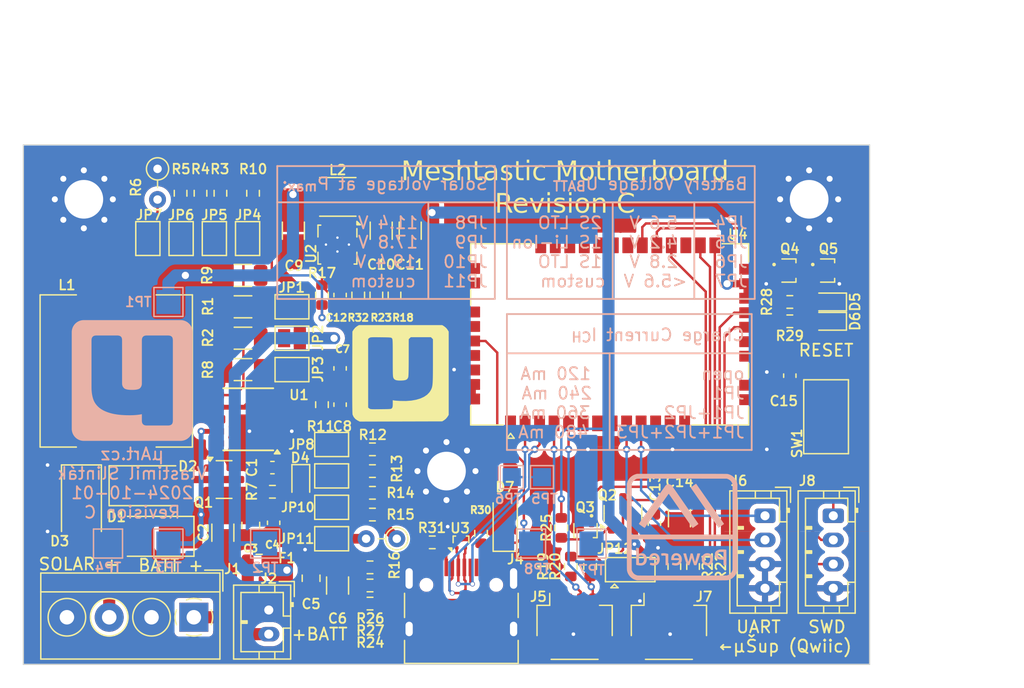
<source format=kicad_pcb>
(kicad_pcb
	(version 20240108)
	(generator "pcbnew")
	(generator_version "8.0")
	(general
		(thickness 1.6)
		(legacy_teardrops no)
	)
	(paper "A4")
	(title_block
		(title "Meshtastic Motherboard for RAK4630")
		(date "2024-10-01")
		(rev "C")
		(company "μArt.cz")
		(comment 1 "Vlastimil Slinták")
	)
	(layers
		(0 "F.Cu" signal)
		(31 "B.Cu" signal)
		(32 "B.Adhes" user "B.Adhesive")
		(33 "F.Adhes" user "F.Adhesive")
		(34 "B.Paste" user)
		(35 "F.Paste" user)
		(36 "B.SilkS" user "B.Silkscreen")
		(37 "F.SilkS" user "F.Silkscreen")
		(38 "B.Mask" user)
		(39 "F.Mask" user)
		(40 "Dwgs.User" user "User.Drawings")
		(41 "Cmts.User" user "User.Comments")
		(42 "Eco1.User" user "User.Eco1")
		(43 "Eco2.User" user "User.Eco2")
		(44 "Edge.Cuts" user)
		(45 "Margin" user)
		(46 "B.CrtYd" user "B.Courtyard")
		(47 "F.CrtYd" user "F.Courtyard")
		(48 "B.Fab" user)
		(49 "F.Fab" user)
		(50 "User.1" user)
		(51 "User.2" user)
		(52 "User.3" user)
		(53 "User.4" user)
		(54 "User.5" user)
		(55 "User.6" user)
		(56 "User.7" user)
		(57 "User.8" user)
		(58 "User.9" user)
	)
	(setup
		(stackup
			(layer "F.SilkS"
				(type "Top Silk Screen")
			)
			(layer "F.Paste"
				(type "Top Solder Paste")
			)
			(layer "F.Mask"
				(type "Top Solder Mask")
				(thickness 0.01)
			)
			(layer "F.Cu"
				(type "copper")
				(thickness 0.035)
			)
			(layer "dielectric 1"
				(type "core")
				(thickness 1.51)
				(material "FR4")
				(epsilon_r 4.5)
				(loss_tangent 0.02)
			)
			(layer "B.Cu"
				(type "copper")
				(thickness 0.035)
			)
			(layer "B.Mask"
				(type "Bottom Solder Mask")
				(thickness 0.01)
			)
			(layer "B.Paste"
				(type "Bottom Solder Paste")
			)
			(layer "B.SilkS"
				(type "Bottom Silk Screen")
			)
			(copper_finish "None")
			(dielectric_constraints no)
		)
		(pad_to_mask_clearance 0)
		(allow_soldermask_bridges_in_footprints no)
		(aux_axis_origin 114 78)
		(grid_origin 114 78)
		(pcbplotparams
			(layerselection 0x00010fc_ffffffff)
			(plot_on_all_layers_selection 0x0000000_00000000)
			(disableapertmacros no)
			(usegerberextensions yes)
			(usegerberattributes yes)
			(usegerberadvancedattributes yes)
			(creategerberjobfile no)
			(dashed_line_dash_ratio 12.000000)
			(dashed_line_gap_ratio 3.000000)
			(svgprecision 6)
			(plotframeref no)
			(viasonmask no)
			(mode 1)
			(useauxorigin no)
			(hpglpennumber 1)
			(hpglpenspeed 20)
			(hpglpendiameter 15.000000)
			(pdf_front_fp_property_popups yes)
			(pdf_back_fp_property_popups yes)
			(dxfpolygonmode yes)
			(dxfimperialunits yes)
			(dxfusepcbnewfont yes)
			(psnegative no)
			(psa4output no)
			(plotreference yes)
			(plotvalue no)
			(plotfptext yes)
			(plotinvisibletext no)
			(sketchpadsonfab no)
			(subtractmaskfromsilk yes)
			(outputformat 1)
			(mirror no)
			(drillshape 0)
			(scaleselection 1)
			(outputdirectory "../gerbers/")
		)
	)
	(net 0 "")
	(net 1 "VS")
	(net 2 "Net-(U1-VG)")
	(net 3 "GND")
	(net 4 "+BATT")
	(net 5 "Net-(C7-Pad1)")
	(net 6 "VCC")
	(net 7 "+3V3")
	(net 8 "Net-(U2-EN)")
	(net 9 "Net-(JP12-A)")
	(net 10 "/RESET")
	(net 11 "Net-(D1-A)")
	(net 12 "Net-(D2-K)")
	(net 13 "Net-(D2-A)")
	(net 14 "Net-(D4-A)")
	(net 15 "Net-(D4-K)")
	(net 16 "Net-(D5-K)")
	(net 17 "Net-(D5-A)")
	(net 18 "Net-(D6-K)")
	(net 19 "Net-(D6-A)")
	(net 20 "/VBUS")
	(net 21 "/USB+")
	(net 22 "/USB-")
	(net 23 "Net-(J4-CC1)")
	(net 24 "/SWDCLK")
	(net 25 "/SWDIO")
	(net 26 "/LED1")
	(net 27 "/LED2")
	(net 28 "/VEXT")
	(net 29 "Net-(J4-CC2)")
	(net 30 "unconnected-(J4-SBU2-PadB8)")
	(net 31 "/I2C1_SDA")
	(net 32 "/I2C1_SCL")
	(net 33 "/AIN0")
	(net 34 "unconnected-(J4-SBU1-PadA8)")
	(net 35 "Net-(JP1-A)")
	(net 36 "Net-(JP2-A)")
	(net 37 "Net-(JP3-A)")
	(net 38 "Net-(JP4-A)")
	(net 39 "Net-(JP5-A)")
	(net 40 "Net-(JP6-A)")
	(net 41 "Net-(JP7-A)")
	(net 42 "Net-(JP8-A)")
	(net 43 "Net-(JP9-B)")
	(net 44 "Net-(JP10-A)")
	(net 45 "/TXD1")
	(net 46 "/RXD1")
	(net 47 "/I2C2_SDA")
	(net 48 "/I2C2_SCL")
	(net 49 "Net-(JP11-A)")
	(net 50 "Net-(U2-L2)")
	(net 51 "Net-(U2-L1)")
	(net 52 "Net-(Q1-G)")
	(net 53 "Net-(Q2-G)")
	(net 54 "Net-(U1-COM)")
	(net 55 "/3V3_EXT")
	(net 56 "Net-(U2-FB)")
	(net 57 "unconnected-(U4-P0.16-Pad7)")
	(net 58 "unconnected-(U4-P0.10-Pad12)")
	(net 59 "unconnected-(U4-P0.04-Pad41)")
	(net 60 "/FB+")
	(net 61 "unconnected-(U4-P0.17-Pad8)")
	(net 62 "unconnected-(U4-P0.21-Pad11)")
	(net 63 "unconnected-(U4-RF_BT-Pad15)")
	(net 64 "unconnected-(U4-P0.02-Pad30)")
	(net 65 "unconnected-(U4-P0.31-Pad39)")
	(net 66 "unconnected-(U4-P0.30-Pad33)")
	(net 67 "unconnected-(U4-P0.03-Pad29)")
	(net 68 "unconnected-(U4-P0.09-Pad13)")
	(net 69 "unconnected-(U4-RF_LoRa-Pad37)")
	(net 70 "unconnected-(U4-P0.26-Pad34)")
	(net 71 "unconnected-(U4-P0.15-Pad6)")
	(net 72 "/VP-")
	(net 73 "unconnected-(U4-P0.28-Pad31)")
	(net 74 "Net-(R23-Pad1)")
	(net 75 "Net-(R24-Pad2)")
	(net 76 "unconnected-(U4-P0.29-Pad32)")
	(net 77 "unconnected-(U4-P1.01-Pad25)")
	(net 78 "Net-(J1-Pin_1)")
	(footprint "Capacitor_SMD:C_1206_3216Metric" (layer "F.Cu") (at 143.6 85.1 -90))
	(footprint "Resistor_SMD:R_0603_1608Metric" (layer "F.Cu") (at 142.875 103.2 180))
	(footprint "Package_TO_SOT_SMD:SOT-416" (layer "F.Cu") (at 177.4 88.4))
	(footprint "Fuse:Fuse_0805_2012Metric" (layer "F.Cu") (at 133.5 112.6))
	(footprint "Capacitor_SMD:C_0603_1608Metric" (layer "F.Cu") (at 140.2 90.425 90))
	(footprint "Connector_JST:JST_SH_SM04B-SRSS-TB_1x04-1MP_P1.00mm_Horizontal" (layer "F.Cu") (at 167.4 117.9))
	(footprint "Capacitor_SMD:C_1206_3216Metric" (layer "F.Cu") (at 146 85.1 -90))
	(footprint "Package_TO_SOT_SMD:SOT-23" (layer "F.Cu") (at 163.6 108.5 90))
	(footprint "Jumper:SolderJumper-2_P1.3mm_Open_Pad1.0x1.5mm" (layer "F.Cu") (at 139.5 110.6 180))
	(footprint "Resistor_SMD:R_0603_1608Metric" (layer "F.Cu") (at 138.7 99.5 -90))
	(footprint "Resistor_SMD:R_0603_1608Metric" (layer "F.Cu") (at 142.675 112.97 180))
	(footprint "Jumper:SolderJumper-2_P1.3mm_Open_Pad1.0x1.5mm" (layer "F.Cu") (at 124.298125 85.75 -90))
	(footprint "Jumper:SolderJumper-2_P1.3mm_Open_Pad1.0x1.5mm" (layer "F.Cu") (at 127.048125 85.75 -90))
	(footprint "Capacitor_SMD:C_1206_3216Metric" (layer "F.Cu") (at 139.99 114.475 90))
	(footprint "Package_SO:SSOP-10_3.9x4.9mm_P1.00mm" (layer "F.Cu") (at 132.601875 100.7125 180))
	(footprint "Resistor_SMD:R_0603_1608Metric" (layer "F.Cu") (at 127.00375 82 -90))
	(footprint "Connector_USB:USB_C_Receptacle_HRO_TYPE-C-31-M-12" (layer "F.Cu") (at 150.23 117.02))
	(footprint "Capacitor_SMD:C_1206_3216Metric" (layer "F.Cu") (at 136.334375 85.1 -90))
	(footprint "Jumper:SolderJumper-2_P1.3mm_Open_Pad1.0x1.5mm" (layer "F.Cu") (at 139.5 105.4))
	(footprint "Resistor_SMD:R_0603_1608Metric" (layer "F.Cu") (at 160.88 112.9 -90))
	(footprint "Resistor_SMD:R_0603_1608Metric" (layer "F.Cu") (at 158.5 109.7 -90))
	(footprint "Resistor_SMD:R_0603_1608Metric" (layer "F.Cu") (at 144.7 90.425 90))
	(footprint "Capacitor_SMD:C_0603_1608Metric" (layer "F.Cu") (at 166.2 109.35 -90))
	(footprint "Resistor_SMD:R_0603_1608Metric" (layer "F.Cu") (at 134.601875 106.7125 180))
	(footprint "LOGO" (layer "F.Cu") (at 145.2 96.9))
	(footprint "Resistor_SMD:R_1206_3216Metric" (layer "F.Cu") (at 132.16875 96.6))
	(footprint "Resistor_SMD:R_0603_1608Metric" (layer "F.Cu") (at 142.875 108.6 180))
	(footprint "Jumper:SolderJumper-2_P1.3mm_Open_Pad1.0x1.5mm" (layer "F.Cu") (at 136.21875 91.4))
	(footprint "Resistor_SMD:R_0603_1608Metric" (layer "F.Cu") (at 151.86 110.15 -90))
	(footprint "Jumper:SolderJumper-2_P1.3mm_Open_Pad1.0x1.5mm" (layer "F.Cu") (at 136.21875 96.6))
	(footprint "LED_SMD:LED_0603_1608Metric" (layer "F.Cu") (at 180.601875 92.6 180))
	(footprint "Diode_SMD:D_SMA" (layer "F.Cu") (at 124.601875 106.2125))
	(footprint "Resistor_SMD:R_0603_1608Metric" (layer "F.Cu") (at 138.7 90.425 -90))
	(footprint "Resistor_SMD:R_1206_3216Metric" (layer "F.Cu") (at 132.16 88.8))
	(footprint "Capacitor_SMD:C_0603_1608Metric" (layer "F.Cu") (at 134.601875 104.7125))
	(footprint "Resistor_SMD:R_0603_1608Metric" (layer "F.Cu") (at 130.3 82 -90))
	(footprint "Jumper:SolderJumper-3_P1.3mm_Open_Pad1.0x1.5mm" (layer "F.Cu") (at 164.2 113.1575))
	(footprint "Resistor_SMD:R_0603_1608Metric" (layer "F.Cu") (at 147.825 110.9))
	(footprint "Diode_SMD:D_SOD-123" (layer "F.Cu") (at 153.86 109.28 90))
	(footprint "LED_SMD:LED_0603_1608Metric" (layer "F.Cu") (at 136.95 105.95 -90))
	(footprint "Resistor_SMD:R_0603_1608Metric" (layer "F.Cu") (at 143.2 90.425 90))
	(footprint "Capacitor_SMD:C_0603_1608Metric"
		(layer "F.Cu")
		(uuid "85187b7b-7f52-4dd1-94ac-26d6fc0545cc")
		(at 140.2 96.5 90)
		(descr "Capacitor SMD 0603 (1608 Metric), square (rectangular) end terminal, IPC_7351 nominal, (Body size source: IPC-SM-782 page 76, https://www.pcb-3d.com/wordpress/wp-content/uploads/ipc-sm-782a_amendment_1_and_2.pdf), generated with kicad-footprint-generator")
		(tags "capacitor")
		(property "Reference" "C7"
			(at 1.6 0.2 180)
			(layer "F.SilkS")
			(uuid "387b853c-5015-40b7-a979-d9b8ae7b94fc")
			(effects
				(font
					(size 0.6 0.6)
					(thickness 0.15)
				)
			)
		)
		(property "Value" "100n"
			(at 0 1.43 90)
			(layer "F.Fab")
			(uuid "82e2705a-6b8f-4f8b-9c47-7eafd05953b6")
			(effects
				(font
					(size 1 1)
					(thickness 0.15)
				)
			)
		)
		(property "Footprint" "Capacitor_SMD:C_0603_1608Metric"
			(at 0 0 90)
			(layer "F.Fab")
			(hide yes)
			(uuid "7168ea59-bf6e-449b-8a62-027bf0937c25")
			(effects
				(font
					(size 1.27 1.27)
					(thickness 0.15)
				)
			)
		)
		(property "Datasheet" ""
			(at 0 0 90)
			(layer "
... [658967 chars truncated]
</source>
